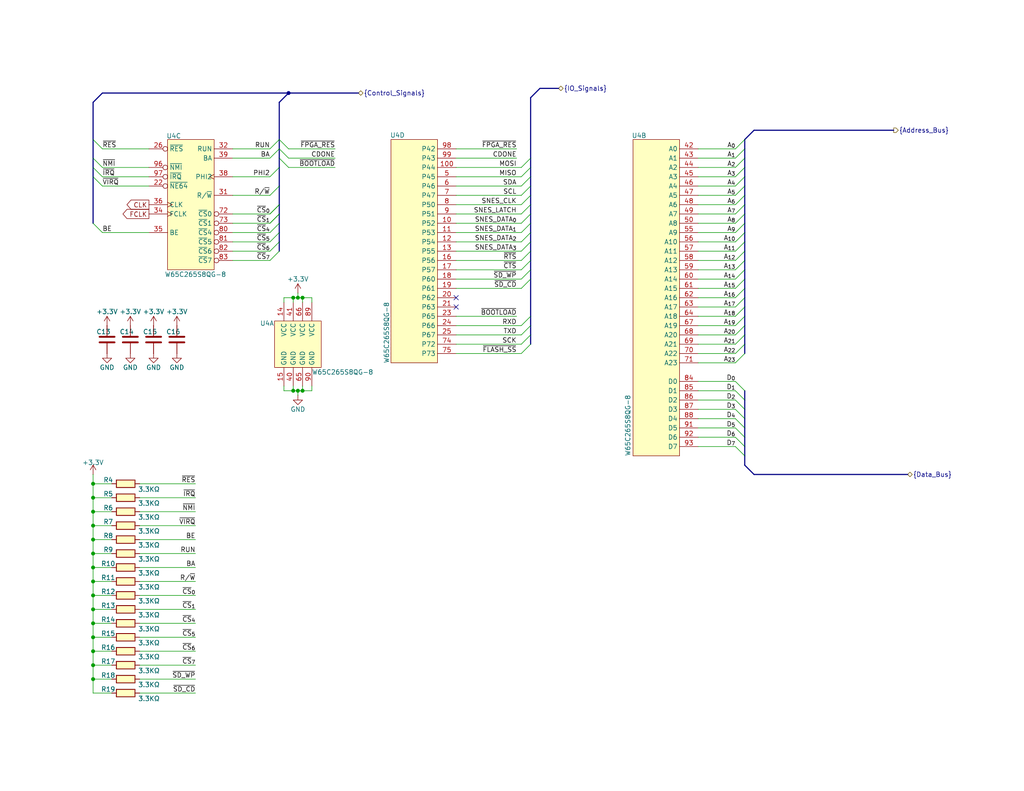
<source format=kicad_sch>
(kicad_sch (version 20231120) (generator "eeschema") (generator_version "8.0")
  (paper "USLetter")
  (lib_symbols
    (symbol "Device:C" (pin_numbers hide) (pin_names (offset 0.254))
      (property "Reference" "C" (at 0.635 2.54 0))
      (property "Value" "C" (at 0.635 -2.54 0))
      (symbol "C_0_1"
        (polyline (pts (xy -2.032 -0.762) (xy 2.032 -0.762)) (stroke (width 0.508)))
        (polyline (pts (xy -2.032 0.762) (xy 2.032 0.762)) (stroke (width 0.508)))
      )
      (symbol "C_1_1"
        (pin passive line (at 0 3.81 270) (length 2.794) (name "~") (number "1"))
        (pin passive line (at 0 -3.81 90) (length 2.794) (name "~") (number "2"))
      )
    )
    (symbol "Device:R" (pin_numbers hide) (pin_names (offset 0))
      (property "Reference" "R" (at 2.032 0 90))
      (property "Value" "R" (at 0 0 90))
      (symbol "R_1_1"
        (rectangle (start -1.016 2.54) (end 1.016 -2.54) (stroke (width 0.254)) (fill (type background)))
        (pin passive line (at 0 3.81 270) (length 1.27) (name "~") (number "1"))
        (pin passive line (at 0 -3.81 90) (length 1.27) (name "~") (number "2"))
      )
    )
    (symbol "Sentinel 65X - Prototype 4 V2:W65C265S8QG-8"
      (property "Reference" "U" (at 0.5534 0.7451 0))
      (property "Value" "W65C265S8QG-8" (at 5.08 17.78 0))
      (symbol "W65C265S8QG-8_1_0"
        (pin no_connect line (at 25.4 0 180) (length 5.08) hide (name "NC") (number "1"))
        (pin power_in line (at 2.54 5.08 270) (length 5.08) (name "VCC") (number "14"))
        (pin power_in line (at 2.54 -17.78 90) (length 5.08) (name "GND") (number "15"))
        (pin no_connect line (at 25.4 -2.54 180) (length 5.08) hide (name "NC") (number "2"))
        (pin no_connect line (at 25.4 -10.16 180) (length 5.08) hide (name "NC") (number "27"))
        (pin no_connect line (at 25.4 -12.7 180) (length 5.08) hide (name "NC") (number "28"))
        (pin no_connect line (at 25.4 -15.24 180) (length 5.08) hide (name "NC") (number "29"))
        (pin no_connect line (at 25.4 -5.08 180) (length 5.08) hide (name "NC") (number "3"))
        (pin no_connect line (at 25.4 -17.78 180) (length 5.08) hide (name "NC") (number "30"))
        (pin no_connect line (at 25.4 -7.62 180) (length 5.08) hide (name "NC") (number "4"))
        (pin power_in line (at 5.08 -17.78 90) (length 5.08) (name "GND") (number "40"))
        (pin power_in line (at 5.08 5.08 270) (length 5.08) (name "VCC") (number "41"))
        (pin no_connect line (at 25.4 -27.94 180) (length 5.08) hide (name "NC") (number "51"))
        (pin no_connect line (at 25.4 -25.4 180) (length 5.08) hide (name "NC") (number "52"))
        (pin no_connect line (at 25.4 -22.86 180) (length 5.08) hide (name "NC") (number "53"))
        (pin no_connect line (at 25.4 -20.32 180) (length 5.08) hide (name "NC") (number "54"))
        (pin power_in line (at 7.62 -17.78 90) (length 5.08) (name "GND") (number "65"))
        (pin power_in line (at 7.62 5.08 270) (length 5.08) (name "VCC") (number "66"))
        (pin no_connect line (at 25.4 -38.1 180) (length 5.08) hide (name "NC") (number "76"))
        (pin no_connect line (at 25.4 -35.56 180) (length 5.08) hide (name "NC") (number "77"))
        (pin no_connect line (at 25.4 -33.02 180) (length 5.08) hide (name "NC") (number "78"))
        (pin no_connect line (at 25.4 -30.48 180) (length 5.08) hide (name "NC") (number "79"))
        (pin power_in line (at 10.16 5.08 270) (length 5.08) (name "VCC") (number "89"))
        (pin power_in line (at 10.16 -17.78 90) (length 5.08) (name "GND") (number "90"))
      )
      (symbol "W65C265S8QG-8_1_1"
        (rectangle (start 0 0) (end 12.7 -12.7) (fill (type background)))
      )
      (symbol "W65C265S8QG-8_1_2"
        (rectangle (start 0 0) (end 12.7 -12.7))
      )
      (symbol "W65C265S8QG-8_2_0"
        (pin output line (at 15.24 -25.4 180) (length 5.08) (name "A9") (number "55"))
      )
      (symbol "W65C265S8QG-8_2_1"
        (rectangle (start -2.54 0) (end 10.16 -86.36) (fill (type background)))
        (pin output line (at 15.24 -2.54 180) (length 5.08) (name "A0") (number "42"))
        (pin output line (at 15.24 -5.08 180) (length 5.08) (name "A1") (number "43"))
        (pin output line (at 15.24 -7.62 180) (length 5.08) (name "A2") (number "44"))
        (pin output line (at 15.24 -10.16 180) (length 5.08) (name "A3") (number "45"))
        (pin output line (at 15.24 -12.7 180) (length 5.08) (name "A4") (number "46"))
        (pin output line (at 15.24 -15.24 180) (length 5.08) (name "A5") (number "47"))
        (pin output line (at 15.24 -17.78 180) (length 5.08) (name "A6") (number "48"))
        (pin output line (at 15.24 -20.32 180) (length 5.08) (name "A7") (number "49"))
        (pin output line (at 15.24 -22.86 180) (length 5.08) (name "A8") (number "50"))
        (pin output line (at 15.24 -27.94 180) (length 5.08) (name "A10") (number "56"))
        (pin output line (at 15.24 -30.48 180) (length 5.08) (name "A11") (number "57"))
        (pin output line (at 15.24 -33.02 180) (length 5.08) (name "A12") (number "58"))
        (pin output line (at 15.24 -35.56 180) (length 5.08) (name "A13") (number "59"))
        (pin output line (at 15.24 -38.1 180) (length 5.08) (name "A14") (number "60"))
        (pin output line (at 15.24 -40.64 180) (length 5.08) (name "A15") (number "61"))
        (pin output line (at 15.24 -43.18 180) (length 5.08) (name "A16") (number "62"))
        (pin output line (at 15.24 -45.72 180) (length 5.08) (name "A17") (number "63"))
        (pin output line (at 15.24 -48.26 180) (length 5.08) (name "A18") (number "64"))
        (pin output line (at 15.24 -50.8 180) (length 5.08) (name "A19") (number "67"))
        (pin output line (at 15.24 -53.34 180) (length 5.08) (name "A20") (number "68"))
        (pin output line (at 15.24 -55.88 180) (length 5.08) (name "A21") (number "69"))
        (pin output line (at 15.24 -58.42 180) (length 5.08) (name "A22") (number "70"))
        (pin output line (at 15.24 -60.96 180) (length 5.08) (name "A23") (number "71"))
        (pin tri_state line (at 15.24 -66.04 180) (length 5.08) (name "D0") (number "84"))
        (pin tri_state line (at 15.24 -68.58 180) (length 5.08) (name "D1") (number "85"))
        (pin tri_state line (at 15.24 -71.12 180) (length 5.08) (name "D2") (number "86"))
        (pin tri_state line (at 15.24 -73.66 180) (length 5.08) (name "D3") (number "87"))
        (pin tri_state line (at 15.24 -76.2 180) (length 5.08) (name "D4") (number "88"))
        (pin tri_state line (at 15.24 -78.74 180) (length 5.08) (name "D5") (number "91"))
        (pin tri_state line (at 15.24 -81.28 180) (length 5.08) (name "D6") (number "92"))
        (pin tri_state line (at 15.24 -83.82 180) (length 5.08) (name "D7") (number "93"))
      )
      (symbol "W65C265S8QG-8_3_1"
        (rectangle (start 0 0) (end 12.7 -35.56) (fill (type background)))
        (pin input inverted (at -5.08 -12.7 0) (length 5.08) (name "~{NE64}") (number "22"))
        (pin input inverted (at -5.08 -2.54 0) (length 5.08) (name "~{RES}") (number "26"))
        (pin output line (at 17.78 -15.24 180) (length 5.08) (name "R/~{W}") (number "31"))
        (pin output line (at 17.78 -2.54 180) (length 5.08) (name "RUN") (number "32"))
        (pin output inverted_clock (at -5.08 -35.56 0) (length 5.08) hide (name "~{FCLKO}") (number "33"))
        (pin input clock (at -5.08 -20.32 0) (length 5.08) (name "FCLK") (number "34"))
        (pin input line (at -5.08 -25.4 0) (length 5.08) (name "BE") (number "35"))
        (pin input clock (at -5.08 -17.78 0) (length 5.08) (name "CLK") (number "36"))
        (pin input inverted_clock (at -5.08 -33.02 0) (length 5.08) hide (name "~{CLKO}") (number "37"))
        (pin output clock (at 17.78 -10.16 180) (length 5.08) (name "PHI2") (number "38"))
        (pin output line (at 17.78 -5.08 180) (length 5.08) (name "BA") (number "39"))
        (pin output inverted (at 17.78 -20.32 180) (length 5.08) (name "~{CS}0") (number "72"))
        (pin output inverted (at 17.78 -22.86 180) (length 5.08) (name "~{CS}1") (number "73"))
        (pin output inverted (at 17.78 -25.4 180) (length 5.08) (name "~{CS}4") (number "80"))
        (pin output inverted (at 17.78 -27.94 180) (length 5.08) (name "~{CS}5") (number "81"))
        (pin output inverted (at 17.78 -30.48 180) (length 5.08) (name "~{CS}6") (number "82"))
        (pin output inverted (at 17.78 -33.02 180) (length 5.08) (name "~{CS}7") (number "83"))
        (pin no_connect clock (at -5.08 -27.94 0) (length 5.08) hide (name "TG0") (number "94"))
        (pin no_connect clock (at -5.08 -30.48 0) (length 5.08) hide (name "TG1") (number "95"))
        (pin input inverted (at -5.08 -7.62 0) (length 5.08) (name "~{NMI}") (number "96"))
        (pin input inverted (at -5.08 -10.16 0) (length 5.08) (name "~{IRQ}") (number "97"))
      )
      (symbol "W65C265S8QG-8_4_1"
        (rectangle (start -2.54 0) (end 10.16 -60.96) (fill (type background)))
        (pin bidirectional line (at 15.24 -22.86 180) (length 5.08) (name "P52") (number "10"))
        (pin bidirectional line (at 15.24 -7.62 180) (length 5.08) (name "P44") (number "100"))
        (pin bidirectional line (at 15.24 -25.4 180) (length 5.08) (name "P53") (number "11"))
        (pin bidirectional line (at 15.24 -27.94 180) (length 5.08) (name "P54") (number "12"))
        (pin bidirectional line (at 15.24 -30.48 180) (length 5.08) (name "P55") (number "13"))
        (pin bidirectional line (at 15.24 -33.02 180) (length 5.08) (name "P56") (number "16"))
        (pin bidirectional line (at 15.24 -35.56 180) (length 5.08) (name "P57") (number "17"))
        (pin bidirectional line (at 15.24 -38.1 180) (length 5.08) (name "P60") (number "18"))
        (pin bidirectional line (at 15.24 -40.64 180) (length 5.08) (name "P61") (number "19"))
        (pin bidirectional line (at 15.24 -43.18 180) (length 5.08) (name "P62") (number "20"))
        (pin bidirectional line (at 15.24 -45.72 180) (length 5.08) (name "P63") (number "21"))
        (pin bidirectional line (at 15.24 -48.26 180) (length 5.08) (name "P65") (number "23"))
        (pin bidirectional line (at 15.24 -50.8 180) (length 5.08) (name "P66") (number "24"))
        (pin bidirectional line (at 15.24 -53.34 180) (length 5.08) (name "P67") (number "25"))
        (pin bidirectional line (at 15.24 -10.16 180) (length 5.08) (name "P45") (number "5"))
        (pin bidirectional line (at 15.24 -12.7 180) (length 5.08) (name "P46") (number "6"))
        (pin bidirectional line (at 15.24 -15.24 180) (length 5.08) (name "P47") (number "7"))
        (pin output line (at 15.24 -55.88 180) (length 5.08) (name "P72") (number "74"))
        (pin output line (at 15.24 -58.42 180) (length 5.08) (name "P73") (number "75"))
        (pin bidirectional line (at 15.24 -17.78 180) (length 5.08) (name "P50") (number "8"))
        (pin bidirectional line (at 15.24 -20.32 180) (length 5.08) (name "P51") (number "9"))
        (pin bidirectional line (at 15.24 -2.54 180) (length 5.08) (name "P42") (number "98"))
        (pin bidirectional line (at 15.24 -5.08 180) (length 5.08) (name "P43") (number "99"))
      )
    )
    (symbol "power:+3.3V" (power) (pin_numbers hide) (pin_names (offset 0) hide)
      (property "Value" "+3.3V" (at 0 3.556 0))
      (symbol "+3.3V_0_1"
        (polyline (pts (xy -0.762 1.27) (xy 0 2.54)))
        (polyline (pts (xy 0 0) (xy 0 2.54)))
        (polyline (pts (xy 0 2.54) (xy 0.762 1.27)))
      )
      (symbol "+3.3V_1_1"
        (pin power_in line (at 0 0 90) (length 0) (name "~") (number "1"))
      )
    )
    (symbol "power:GND" (power) (pin_numbers hide) (pin_names (offset 0) hide)
      (property "Value" "GND" (at 0 -3.81 0))
      (symbol "GND_0_1"
        (polyline (pts (xy 0 0) (xy 0 -1.27) (xy 1.27 -1.27) (xy 0 -2.54) (xy -1.27 -1.27) (xy 0 -1.27)))
      )
      (symbol "GND_1_1"
        (pin power_in line (at 0 0 270) (length 0) (name "~") (number "1"))
      )
    )
  )
  (bus_alias "Control_Signals" (members "~{RES}" "~{IRQ}" "~{NMI}" "~{VIRQ}" "BE" "RUN" "BA" "PHI2" "R/~{W}" "~{CS}_{[0..7]}" "~{I/O}_{[0..7]}" "~{FPGA_RES}" "CDONE" "~{BOOTLOAD}" "~{RD}" "~{WR}" "~{RAM}_{[0..9]}" "~{ROM}_{[0..9]}" "~{MCU_RES}"))
  (junction (at 80.01 106.68))
  (junction (at 25.4 173.99))
  (junction (at 25.4 185.42))
  (junction (at 25.4 132.08))
  (junction (at 81.28 81.28))
  (junction (at 25.4 135.89))
  (junction (at 82.55 81.28))
  (junction (at 81.28 106.68))
  (junction (at 25.4 177.8))
  (junction (at 25.4 139.7))
  (junction (at 25.4 181.61))
  (junction (at 78.74 25.4))
  (junction (at 25.4 143.51))
  (junction (at 25.4 147.32))
  (junction (at 80.01 81.28))
  (junction (at 25.4 151.13))
  (junction (at 25.4 166.37))
  (junction (at 25.4 162.56))
  (junction (at 25.4 158.75))
  (junction (at 25.4 154.94))
  (junction (at 25.4 170.18))
  (junction (at 82.55 106.68))
  (no_connect (at 124.46 81.28))
  (no_connect (at 124.46 83.82))
  (bus_entry (at 144.78 73.66) (size -2.54 2.54))
  (bus_entry (at 144.78 71.12) (size -2.54 2.54))
  (bus_entry (at 203.2 40.64) (size -2.54 2.54))
  (bus_entry (at 203.2 50.8) (size -2.54 2.54))
  (bus_entry (at 203.2 81.28) (size -2.54 2.54))
  (bus_entry (at 203.2 106.68) (size -2.54 -2.54))
  (bus_entry (at 203.2 83.82) (size -2.54 2.54))
  (bus_entry (at 203.2 114.3) (size -2.54 -2.54))
  (bus_entry (at 25.4 48.26) (size 2.54 2.54))
  (bus_entry (at 203.2 119.38) (size -2.54 -2.54))
  (bus_entry (at 203.2 116.84) (size -2.54 -2.54))
  (bus_entry (at 76.2 66.04) (size -2.54 2.54))
  (bus_entry (at 203.2 45.72) (size -2.54 2.54))
  (bus_entry (at 203.2 96.52) (size -2.54 2.54))
  (bus_entry (at 76.2 38.1) (size -2.54 2.54))
  (bus_entry (at 76.2 38.1) (size 2.54 2.54))
  (bus_entry (at 203.2 86.36) (size -2.54 2.54))
  (bus_entry (at 25.4 60.96) (size 2.54 2.54))
  (bus_entry (at 144.78 68.58) (size -2.54 2.54))
  (bus_entry (at 76.2 60.96) (size -2.54 2.54))
  (bus_entry (at 25.4 38.1) (size 2.54 2.54))
  (bus_entry (at 203.2 91.44) (size -2.54 2.54))
  (bus_entry (at 144.78 60.96) (size -2.54 2.54))
  (bus_entry (at 203.2 68.58) (size -2.54 2.54))
  (bus_entry (at 144.78 93.98) (size -2.54 2.54))
  (bus_entry (at 76.2 40.64) (size -2.54 2.54))
  (bus_entry (at 144.78 45.72) (size -2.54 2.54))
  (bus_entry (at 76.2 40.64) (size 2.54 2.54))
  (bus_entry (at 144.78 86.36) (size -2.54 2.54))
  (bus_entry (at 144.78 55.88) (size -2.54 2.54))
  (bus_entry (at 203.2 93.98) (size -2.54 2.54))
  (bus_entry (at 76.2 45.72) (size -2.54 2.54))
  (bus_entry (at 203.2 60.96) (size -2.54 2.54))
  (bus_entry (at 144.78 50.8) (size -2.54 2.54))
  (bus_entry (at 144.78 58.42) (size -2.54 2.54))
  (bus_entry (at 203.2 48.26) (size -2.54 2.54))
  (bus_entry (at 203.2 63.5) (size -2.54 2.54))
  (bus_entry (at 25.4 43.18) (size 2.54 2.54))
  (bus_entry (at 76.2 58.42) (size -2.54 2.54))
  (bus_entry (at 203.2 58.42) (size -2.54 2.54))
  (bus_entry (at 144.78 91.44) (size -2.54 2.54))
  (bus_entry (at 203.2 76.2) (size -2.54 2.54))
  (bus_entry (at 76.2 55.88) (size -2.54 2.54))
  (bus_entry (at 203.2 111.76) (size -2.54 -2.54))
  (bus_entry (at 203.2 78.74) (size -2.54 2.54))
  (bus_entry (at 76.2 58.42) (size -2.54 2.54))
  (bus_entry (at 76.2 50.8) (size -2.54 2.54))
  (bus_entry (at 76.2 43.18) (size 2.54 2.54))
  (bus_entry (at 203.2 66.04) (size -2.54 2.54))
  (bus_entry (at 144.78 48.26) (size -2.54 2.54))
  (bus_entry (at 203.2 55.88) (size -2.54 2.54))
  (bus_entry (at 25.4 45.72) (size 2.54 2.54))
  (bus_entry (at 144.78 88.9) (size -2.54 2.54))
  (bus_entry (at 144.78 76.2) (size -2.54 2.54))
  (bus_entry (at 203.2 43.18) (size -2.54 2.54))
  (bus_entry (at 203.2 121.92) (size -2.54 -2.54))
  (bus_entry (at 203.2 73.66) (size -2.54 2.54))
  (bus_entry (at 144.78 53.34) (size -2.54 2.54))
  (bus_entry (at 203.2 53.34) (size -2.54 2.54))
  (bus_entry (at 203.2 71.12) (size -2.54 2.54))
  (bus_entry (at 76.2 63.5) (size -2.54 2.54))
  (bus_entry (at 144.78 66.04) (size -2.54 2.54))
  (bus_entry (at 203.2 109.22) (size -2.54 -2.54))
  (bus_entry (at 144.78 63.5) (size -2.54 2.54))
  (bus_entry (at 76.2 68.58) (size -2.54 2.54))
  (bus_entry (at 76.2 55.88) (size -2.54 2.54))
  (bus_entry (at 144.78 43.18) (size -2.54 2.54))
  (bus_entry (at 203.2 88.9) (size -2.54 2.54))
  (bus_entry (at 203.2 38.1) (size -2.54 2.54))
  (bus_entry (at 203.2 124.46) (size -2.54 -2.54))
  (bus (pts (xy 78.74 25.4) (xy 97.79 25.4)))
  (bus (pts (xy 144.78 86.36) (xy 144.78 88.9)))
  (wire (pts (xy 53.34 135.89) (xy 38.1 135.89)))
  (bus (pts (xy 144.78 45.72) (xy 144.78 48.26)))
  (wire (pts (xy 124.46 71.12) (xy 142.24 71.12)))
  (wire (pts (xy 25.4 139.7) (xy 25.4 143.51)))
  (wire (pts (xy 25.4 158.75) (xy 30.48 158.75)))
  (wire (pts (xy 25.4 135.89) (xy 25.4 139.7)))
  (bus (pts (xy 78.74 25.4) (xy 76.2 27.94)))
  (bus (pts (xy 144.78 48.26) (xy 144.78 50.8)))
  (wire (pts (xy 53.34 166.37) (xy 38.1 166.37)))
  (wire (pts (xy 27.94 48.26) (xy 40.64 48.26)))
  (wire (pts (xy 190.5 66.04) (xy 200.66 66.04)))
  (wire (pts (xy 80.01 106.68) (xy 81.28 106.68)))
  (wire (pts (xy 63.5 48.26) (xy 73.66 48.26)))
  (bus (pts (xy 144.78 63.5) (xy 144.78 66.04)))
  (wire (pts (xy 190.5 40.64) (xy 200.66 40.64)))
  (wire (pts (xy 124.46 76.2) (xy 142.24 76.2)))
  (bus (pts (xy 203.2 78.74) (xy 203.2 81.28)))
  (bus (pts (xy 205.74 129.54) (xy 247.65 129.54)))
  (wire (pts (xy 53.34 151.13) (xy 38.1 151.13)))
  (wire (pts (xy 80.01 81.28) (xy 81.28 81.28)))
  (wire (pts (xy 190.5 48.26) (xy 200.66 48.26)))
  (bus (pts (xy 203.2 127) (xy 205.74 129.54)))
  (wire (pts (xy 190.5 111.76) (xy 200.66 111.76)))
  (bus (pts (xy 203.2 116.84) (xy 203.2 119.38)))
  (wire (pts (xy 25.4 162.56) (xy 30.48 162.56)))
  (wire (pts (xy 25.4 181.61) (xy 25.4 185.42)))
  (wire (pts (xy 73.66 68.58) (xy 63.5 68.58)))
  (wire (pts (xy 25.4 177.8) (xy 25.4 181.61)))
  (bus (pts (xy 25.4 27.94) (xy 25.4 38.1)))
  (bus (pts (xy 203.2 119.38) (xy 203.2 121.92)))
  (wire (pts (xy 25.4 143.51) (xy 30.48 143.51)))
  (wire (pts (xy 124.46 88.9) (xy 142.24 88.9)))
  (bus (pts (xy 144.78 43.18) (xy 144.78 45.72)))
  (bus (pts (xy 203.2 66.04) (xy 203.2 68.58)))
  (wire (pts (xy 124.46 63.5) (xy 142.24 63.5)))
  (wire (pts (xy 25.4 181.61) (xy 30.48 181.61)))
  (bus (pts (xy 76.2 40.64) (xy 76.2 43.18)))
  (wire (pts (xy 25.4 162.56) (xy 25.4 166.37)))
  (wire (pts (xy 124.46 50.8) (xy 142.24 50.8)))
  (wire (pts (xy 190.5 81.28) (xy 200.66 81.28)))
  (bus (pts (xy 203.2 73.66) (xy 203.2 76.2)))
  (wire (pts (xy 82.55 81.28) (xy 85.09 81.28)))
  (wire (pts (xy 190.5 91.44) (xy 200.66 91.44)))
  (wire (pts (xy 53.34 170.18) (xy 38.1 170.18)))
  (wire (pts (xy 124.46 78.74) (xy 142.24 78.74)))
  (bus (pts (xy 76.2 66.04) (xy 76.2 68.58)))
  (wire (pts (xy 85.09 105.41) (xy 85.09 106.68)))
  (wire (pts (xy 190.5 76.2) (xy 200.66 76.2)))
  (wire (pts (xy 73.66 43.18) (xy 63.5 43.18)))
  (bus (pts (xy 203.2 43.18) (xy 203.2 45.72)))
  (wire (pts (xy 78.74 45.72) (xy 91.44 45.72)))
  (bus (pts (xy 76.2 63.5) (xy 76.2 66.04)))
  (wire (pts (xy 190.5 63.5) (xy 200.66 63.5)))
  (bus (pts (xy 203.2 63.5) (xy 203.2 66.04)))
  (bus (pts (xy 203.2 86.36) (xy 203.2 88.9)))
  (bus (pts (xy 25.4 48.26) (xy 25.4 60.96)))
  (bus (pts (xy 203.2 124.46) (xy 203.2 127)))
  (bus (pts (xy 76.2 60.96) (xy 76.2 63.5)))
  (bus (pts (xy 144.78 76.2) (xy 144.78 86.36)))
  (bus (pts (xy 203.2 91.44) (xy 203.2 93.98)))
  (wire (pts (xy 190.5 68.58) (xy 200.66 68.58)))
  (bus (pts (xy 203.2 40.64) (xy 203.2 43.18)))
  (bus (pts (xy 203.2 45.72) (xy 203.2 48.26)))
  (wire (pts (xy 190.5 93.98) (xy 200.66 93.98)))
  (wire (pts (xy 25.4 154.94) (xy 25.4 158.75)))
  (wire (pts (xy 25.4 132.08) (xy 30.48 132.08)))
  (bus (pts (xy 144.78 66.04) (xy 144.78 68.58)))
  (bus (pts (xy 76.2 45.72) (xy 76.2 50.8)))
  (bus (pts (xy 144.78 71.12) (xy 144.78 73.66)))
  (wire (pts (xy 25.4 151.13) (xy 30.48 151.13)))
  (wire (pts (xy 190.5 45.72) (xy 200.66 45.72)))
  (wire (pts (xy 73.66 63.5) (xy 63.5 63.5)))
  (bus (pts (xy 203.2 38.1) (xy 203.2 40.64)))
  (wire (pts (xy 25.4 158.75) (xy 25.4 162.56)))
  (wire (pts (xy 25.4 170.18) (xy 30.48 170.18)))
  (bus (pts (xy 203.2 109.22) (xy 203.2 111.76)))
  (wire (pts (xy 124.46 43.18) (xy 140.97 43.18)))
  (bus (pts (xy 203.2 121.92) (xy 203.2 124.46)))
  (wire (pts (xy 25.4 129.54) (xy 25.4 132.08)))
  (wire (pts (xy 85.09 81.28) (xy 85.09 82.55)))
  (wire (pts (xy 190.5 86.36) (xy 200.66 86.36)))
  (wire (pts (xy 124.46 96.52) (xy 142.24 96.52)))
  (wire (pts (xy 190.5 55.88) (xy 200.66 55.88)))
  (bus (pts (xy 76.2 38.1) (xy 76.2 40.64)))
  (bus (pts (xy 144.78 60.96) (xy 144.78 63.5)))
  (wire (pts (xy 124.46 86.36) (xy 140.97 86.36)))
  (wire (pts (xy 25.4 139.7) (xy 30.48 139.7)))
  (wire (pts (xy 78.74 40.64) (xy 91.44 40.64)))
  (wire (pts (xy 25.4 170.18) (xy 25.4 173.99)))
  (bus (pts (xy 203.2 114.3) (xy 203.2 116.84)))
  (wire (pts (xy 190.5 104.14) (xy 200.66 104.14)))
  (wire (pts (xy 25.4 173.99) (xy 25.4 177.8)))
  (bus (pts (xy 144.78 55.88) (xy 144.78 58.42)))
  (wire (pts (xy 53.34 139.7) (xy 38.1 139.7)))
  (wire (pts (xy 124.46 68.58) (xy 142.24 68.58)))
  (bus (pts (xy 203.2 68.58) (xy 203.2 71.12)))
  (wire (pts (xy 27.94 50.8) (xy 40.64 50.8)))
  (wire (pts (xy 124.46 55.88) (xy 142.24 55.88)))
  (wire (pts (xy 124.46 66.04) (xy 142.24 66.04)))
  (wire (pts (xy 190.5 53.34) (xy 200.66 53.34)))
  (wire (pts (xy 124.46 48.26) (xy 142.24 48.26)))
  (bus (pts (xy 203.2 53.34) (xy 203.2 55.88)))
  (bus (pts (xy 203.2 88.9) (xy 203.2 91.44)))
  (bus (pts (xy 25.4 43.18) (xy 25.4 45.72)))
  (bus (pts (xy 25.4 45.72) (xy 25.4 48.26)))
  (wire (pts (xy 73.66 58.42) (xy 63.5 58.42)))
  (bus (pts (xy 76.2 27.94) (xy 76.2 38.1)))
  (bus (pts (xy 203.2 111.76) (xy 203.2 114.3)))
  (bus (pts (xy 203.2 48.26) (xy 203.2 50.8)))
  (wire (pts (xy 124.46 53.34) (xy 142.24 53.34)))
  (wire (pts (xy 73.66 66.04) (xy 63.5 66.04)))
  (wire (pts (xy 124.46 73.66) (xy 142.24 73.66)))
  (wire (pts (xy 77.47 105.41) (xy 77.47 106.68)))
  (wire (pts (xy 81.28 81.28) (xy 82.55 81.28)))
  (wire (pts (xy 81.28 106.68) (xy 81.28 107.95)))
  (bus (pts (xy 144.78 91.44) (xy 144.78 93.98)))
  (wire (pts (xy 53.34 162.56) (xy 38.1 162.56)))
  (wire (pts (xy 190.5 43.18) (xy 200.66 43.18)))
  (wire (pts (xy 190.5 114.3) (xy 200.66 114.3)))
  (bus (pts (xy 205.74 35.56) (xy 243.84 35.56)))
  (wire (pts (xy 63.5 40.64) (xy 73.66 40.64)))
  (wire (pts (xy 81.28 106.68) (xy 82.55 106.68)))
  (wire (pts (xy 124.46 60.96) (xy 142.24 60.96)))
  (wire (pts (xy 53.34 154.94) (xy 38.1 154.94)))
  (wire (pts (xy 190.5 88.9) (xy 200.66 88.9)))
  (bus (pts (xy 203.2 58.42) (xy 203.2 60.96)))
  (bus (pts (xy 144.78 26.67) (xy 144.78 43.18)))
  (bus (pts (xy 203.2 93.98) (xy 203.2 96.52)))
  (wire (pts (xy 190.5 106.68) (xy 200.66 106.68)))
  (bus (pts (xy 25.4 38.1) (xy 25.4 43.18)))
  (bus (pts (xy 144.78 53.34) (xy 144.78 55.88)))
  (wire (pts (xy 53.34 181.61) (xy 38.1 181.61)))
  (bus (pts (xy 78.74 25.4) (xy 27.94 25.4)))
  (bus (pts (xy 147.32 24.13) (xy 144.78 26.67)))
  (bus (pts (xy 203.2 71.12) (xy 203.2 73.66)))
  (bus (pts (xy 203.2 81.28) (xy 203.2 83.82)))
  (wire (pts (xy 53.34 189.23) (xy 38.1 189.23)))
  (wire (pts (xy 190.5 60.96) (xy 200.66 60.96)))
  (wire (pts (xy 73.66 71.12) (xy 63.5 71.12)))
  (bus (pts (xy 203.2 50.8) (xy 203.2 53.34)))
  (wire (pts (xy 27.94 40.64) (xy 40.64 40.64)))
  (wire (pts (xy 53.34 147.32) (xy 38.1 147.32)))
  (bus (pts (xy 76.2 43.18) (xy 76.2 45.72)))
  (bus (pts (xy 203.2 106.68) (xy 203.2 109.22)))
  (bus (pts (xy 152.4 24.13) (xy 147.32 24.13)))
  (wire (pts (xy 77.47 81.28) (xy 80.01 81.28)))
  (wire (pts (xy 25.4 166.37) (xy 30.48 166.37)))
  (wire (pts (xy 190.5 96.52) (xy 200.66 96.52)))
  (wire (pts (xy 53.34 158.75) (xy 38.1 158.75)))
  (wire (pts (xy 25.4 147.32) (xy 25.4 151.13)))
  (bus (pts (xy 203.2 76.2) (xy 203.2 78.74)))
  (wire (pts (xy 190.5 78.74) (xy 200.66 78.74)))
  (wire (pts (xy 81.28 80.01) (xy 81.28 81.28)))
  (wire (pts (xy 25.4 189.23) (xy 30.48 189.23)))
  (wire (pts (xy 124.46 93.98) (xy 142.24 93.98)))
  (wire (pts (xy 53.34 177.8) (xy 38.1 177.8)))
  (wire (pts (xy 190.5 73.66) (xy 200.66 73.66)))
  (wire (pts (xy 80.01 106.68) (xy 80.01 105.41)))
  (wire (pts (xy 25.4 166.37) (xy 25.4 170.18)))
  (wire (pts (xy 27.94 45.72) (xy 40.64 45.72)))
  (wire (pts (xy 25.4 154.94) (xy 30.48 154.94)))
  (wire (pts (xy 25.4 151.13) (xy 25.4 154.94)))
  (wire (pts (xy 25.4 185.42) (xy 30.48 185.42)))
  (wire (pts (xy 25.4 185.42) (xy 25.4 189.23)))
  (bus (pts (xy 144.78 58.42) (xy 144.78 60.96)))
  (wire (pts (xy 190.5 83.82) (xy 200.66 83.82)))
  (wire (pts (xy 190.5 109.22) (xy 200.66 109.22)))
  (bus (pts (xy 203.2 55.88) (xy 203.2 58.42)))
  (wire (pts (xy 124.46 40.64) (xy 140.97 40.64)))
  (wire (pts (xy 63.5 53.34) (xy 73.66 53.34)))
  (wire (pts (xy 73.66 60.96) (xy 63.5 60.96)))
  (wire (pts (xy 82.55 106.68) (xy 85.09 106.68)))
  (bus (pts (xy 144.78 88.9) (xy 144.78 91.44)))
  (wire (pts (xy 53.34 173.99) (xy 38.1 173.99)))
  (bus (pts (xy 144.78 73.66) (xy 144.78 76.2)))
  (bus (pts (xy 76.2 50.8) (xy 76.2 55.88)))
  (wire (pts (xy 190.5 99.06) (xy 200.66 99.06)))
  (wire (pts (xy 82.55 81.28) (xy 82.55 82.55)))
  (wire (pts (xy 190.5 58.42) (xy 200.66 58.42)))
  (wire (pts (xy 25.4 132.08) (xy 25.4 135.89)))
  (wire (pts (xy 190.5 71.12) (xy 200.66 71.12)))
  (bus (pts (xy 205.74 35.56) (xy 203.2 38.1)))
  (wire (pts (xy 190.5 119.38) (xy 200.66 119.38)))
  (wire (pts (xy 25.4 135.89) (xy 30.48 135.89)))
  (wire (pts (xy 190.5 116.84) (xy 200.66 116.84)))
  (bus (pts (xy 144.78 68.58) (xy 144.78 71.12)))
  (bus (pts (xy 76.2 58.42) (xy 76.2 60.96)))
  (wire (pts (xy 124.46 91.44) (xy 142.24 91.44)))
  (wire (pts (xy 77.47 81.28) (xy 77.47 82.55)))
  (bus (pts (xy 203.2 83.82) (xy 203.2 86.36)))
  (wire (pts (xy 190.5 121.92) (xy 200.66 121.92)))
  (wire (pts (xy 190.5 50.8) (xy 200.66 50.8)))
  (wire (pts (xy 124.46 58.42) (xy 142.24 58.42)))
  (bus (pts (xy 76.2 55.88) (xy 76.2 58.42)))
  (wire (pts (xy 27.94 63.5) (xy 40.64 63.5)))
  (wire (pts (xy 124.46 45.72) (xy 142.24 45.72)))
  (wire (pts (xy 25.4 173.99) (xy 30.48 173.99)))
  (bus (pts (xy 203.2 60.96) (xy 203.2 63.5)))
  (bus (pts (xy 27.94 25.4) (xy 25.4 27.94)))
  (bus (pts (xy 144.78 50.8) (xy 144.78 53.34)))
  (wire (pts (xy 77.47 106.68) (xy 80.01 106.68)))
  (wire (pts (xy 53.34 143.51) (xy 38.1 143.51)))
  (wire (pts (xy 53.34 185.42) (xy 38.1 185.42)))
  (wire (pts (xy 82.55 106.68) (xy 82.55 105.41)))
  (wire (pts (xy 25.4 143.51) (xy 25.4 147.32)))
  (wire (pts (xy 53.34 132.08) (xy 38.1 132.08)))
  (wire (pts (xy 78.74 43.18) (xy 91.44 43.18)))
  (wire (pts (xy 25.4 147.32) (xy 30.48 147.32)))
  (wire (pts (xy 80.01 81.28) (xy 80.01 82.55)))
  (wire (pts (xy 25.4 177.8) (xy 30.48 177.8)))
  (label "SDA" (at 140.97 50.8 180))
  (label "PHI2" (at 73.66 48.26 180))
  (label "~{CS}_{7}" (at 53.34 181.61 180))
  (label "A_{1}" (at 200.66 43.18 180))
  (label "A_{0}" (at 200.66 40.64 180))
  (label "TXD" (at 140.97 91.44 180))
  (label "MOSI" (at 140.97 45.72 180))
  (label "A_{19}" (at 200.66 88.9 180))
  (label "BA" (at 53.34 154.94 180))
  (label "A_{9}" (at 200.66 63.5 180))
  (label "~{CS}_{5}" (at 53.34 173.99 180))
  (label "A_{18}" (at 200.66 86.36 180))
  (label "~{CS}_{5}" (at 73.66 66.04 180))
  (label "BA" (at 73.66 43.18 180))
  (label "~{FPGA_RES}" (at 91.44 40.64 180))
  (label "~{VIRQ}" (at 27.94 50.8 0))
  (label "~{BOOTLOAD}" (at 91.44 45.72 180))
  (label "SCL" (at 140.97 53.34 180))
  (label "~{NMI}" (at 27.94 45.72 0))
  (label "A_{6}" (at 200.66 55.88 180))
  (label "D_{3}" (at 200.66 111.76 180))
  (label "~{FLASH_SS}" (at 140.97 96.52 180))
  (label "D_{6}" (at 200.66 119.38 180))
  (label "~{CS}_{1}" (at 53.34 166.37 180))
  (label "D_{2}" (at 200.66 109.22 180))
  (label "R{slash}~{W}" (at 53.34 158.75 180))
  (label "A_{8}" (at 200.66 60.96 180))
  (label "D_{5}" (at 200.66 116.84 180))
  (label "~{VIRQ}" (at 53.34 143.51 180))
  (label "~{SD_WP}" (at 140.97 76.2 180))
  (label "SNES_DATA_{2}" (at 140.97 66.04 180))
  (label "SNES_DATA_{0}" (at 140.97 60.96 180))
  (label "A_{23}" (at 200.66 99.06 180))
  (label "~{BOOTLOAD}" (at 140.97 86.36 180))
  (label "~{IRQ}" (at 53.34 135.89 180))
  (label "~{NMI}" (at 53.34 139.7 180))
  (label "D_{0}" (at 200.66 104.14 180))
  (label "A_{21}" (at 200.66 93.98 180))
  (label "RUN" (at 73.66 40.64 180))
  (label "~{CS}_{0}" (at 53.34 162.56 180))
  (label "A_{7}" (at 200.66 58.42 180))
  (label "~{CS}_{4}" (at 73.66 63.5 180))
  (label "BE" (at 27.94 63.5 0))
  (label "D_{7}" (at 200.66 121.92 180))
  (label "A_{3}" (at 200.66 48.26 180))
  (label "~{CTS}" (at 140.97 73.66 180))
  (label "RXD" (at 140.97 88.9 180))
  (label "A_{10}" (at 200.66 66.04 180))
  (label "~{CS}_{0}" (at 73.66 58.42 180))
  (label "SCK" (at 140.97 93.98 180))
  (label "A_{12}" (at 200.66 71.12 180))
  (label "R{slash}~{W}" (at 73.66 53.34 180))
  (label "~{RES}" (at 27.94 40.64 0))
  (label "~{SD_CD}" (at 140.97 78.74 180))
  (label "A_{16}" (at 200.66 81.28 180))
  (label "~{SD_WP}" (at 53.34 185.42 180))
  (label "A_{17}" (at 200.66 83.82 180))
  (label "A_{15}" (at 200.66 78.74 180))
  (label "SNES_DATA_{3}" (at 140.97 68.58 180))
  (label "A_{13}" (at 200.66 73.66 180))
  (label "~{CS}_{6}" (at 53.34 177.8 180))
  (label "A_{2}" (at 200.66 45.72 180))
  (label "A_{11}" (at 200.66 68.58 180))
  (label "D_{4}" (at 200.66 114.3 180))
  (label "~{CS}_{4}" (at 53.34 170.18 180))
  (label "A_{5}" (at 200.66 53.34 180))
  (label "~{SD_CD}" (at 53.34 189.23 180))
  (label "A_{4}" (at 200.66 50.8 180))
  (label "~{CS}_{7}" (at 73.66 71.12 180))
  (label "~{IRQ}" (at 27.94 48.26 0))
  (label "A_{22}" (at 200.66 96.52 180))
  (label "MISO" (at 140.97 48.26 180))
  (label "A_{14}" (at 200.66 76.2 180))
  (label "~{CS}_{6}" (at 73.66 68.58 180))
  (label "CDONE" (at 91.44 43.18 180))
  (label "~{RTS}" (at 140.97 71.12 180))
  (label "SNES_DATA_{1}" (at 140.97 63.5 180))
  (label "SNES_CLK" (at 140.97 55.88 180))
  (label "CDONE" (at 140.97 43.18 180))
  (label "BE" (at 53.34 147.32 180))
  (label "A_{20}" (at 200.66 91.44 180))
  (label "RUN" (at 53.34 151.13 180))
  (label "SNES_LATCH" (at 140.97 58.42 180))
  (label "~{CS}_{1}" (at 73.66 60.96 180))
  (label "~{FPGA_RES}" (at 140.97 40.64 180))
  (label "~{RES}" (at 53.34 132.08 180))
  (label "D_{1}" (at 200.66 106.68 180))
  (global_label "CLK" (shape output) (at 40.64 55.88 180) (property "Intersheetrefs" "${INTERSHEET_REFS}" (effects (hide yes))))
  (global_label "FCLK" (shape output) (at 40.64 58.42 180) (property "Intersheetrefs" "${INTERSHEET_REFS}" (effects (hide yes))))
  (hierarchical_label "{Control_Signals}" (shape bidirectional) (at 97.79 25.4 0))
  (hierarchical_label "{Address_Bus}" (shape output) (at 243.84 35.56 0))
  (hierarchical_label "{Data_Bus}" (shape tri_state) (at 247.65 129.54 0))
  (hierarchical_label "{IO_Signals}" (shape bidirectional) (at 152.4 24.13 0))
  (symbol (lib_id "Device:R") (at 34.29 132.08 90) (unit 1)
    (property "Reference" "R4" (at 29.5344 131.0382 90))
    (property "Value" "3.3KΩ" (at 40.6531 133.6061 90))
    (property "Footprint" "Resistor_SMD:R_0402_1005Metric" (effects (hide yes)))
    (property "Description" "Resistor" (effects (hide yes)))
  )
  (symbol (lib_id "Device:R") (at 34.29 181.61 90) (unit 1)
    (property "Reference" "R17" (at 29.5344 180.5682 90))
    (property "Value" "3.3KΩ" (at 40.6531 183.1361 90))
    (property "Footprint" "Resistor_SMD:R_0402_1005Metric" (effects (hide yes)))
    (property "Description" "Resistor" (effects (hide yes)))
  )
  (symbol (lib_id "power:+3.3V") (at 35.56 88.9 0) (unit 1)
    (property "Reference" "#PWR036" (effects (hide yes)))
    (property "Value" "+3.3V" (at 35.56 85.09 0))
    (property "Description" "Power symbol creates a global label with name \"+3.3V\"" (effects (hide yes)))
  )
  (symbol (lib_id "power:GND") (at 29.21 96.52 0) (unit 1)
    (property "Reference" "#PWR035" (effects (hide yes)))
    (property "Value" "GND" (at 29.21 100.33 0))
    (property "Description" "Power symbol creates a global label with name \"GND\" , ground" (effects (hide yes)))
  )
  (symbol (lib_id "Device:R") (at 34.29 154.94 90) (unit 1)
    (property "Reference" "R10" (at 29.5344 153.8982 90))
    (property "Value" "3.3KΩ" (at 40.6531 156.4661 90))
    (property "Footprint" "Resistor_SMD:R_0402_1005Metric" (effects (hide yes)))
    (property "Description" "Resistor" (effects (hide yes)))
  )
  (symbol (lib_id "power:+3.3V") (at 41.91 88.9 0) (unit 1)
    (property "Reference" "#PWR038" (effects (hide yes)))
    (property "Value" "+3.3V" (at 41.91 85.09 0))
    (property "Description" "Power symbol creates a global label with name \"+3.3V\"" (effects (hide yes)))
  )
  (symbol (lib_id "Device:C") (at 48.26 92.71 0) (unit 1)
    (property "Reference" "C16" (at 45.334 90.5948 0) (effects (justify left)))
    (property "Value" "CL05A106MQ5NUNC" (effects (hide yes)))
    (property "Footprint" "Capacitor_SMD:C_0402_1005Metric" (effects (hide yes)))
    (property "Description" "Unpolarized capacitor" (effects (hide yes)))
  )
  (symbol (lib_id "Device:R") (at 34.29 173.99 90) (unit 1)
    (property "Reference" "R15" (at 29.5344 172.9482 90))
    (property "Value" "3.3KΩ" (at 40.6531 175.5161 90))
    (property "Footprint" "Resistor_SMD:R_0402_1005Metric" (effects (hide yes)))
    (property "Description" "Resistor" (effects (hide yes)))
  )
  (symbol (lib_id "power:GND") (at 35.56 96.52 0) (unit 1)
    (property "Reference" "#PWR037" (effects (hide yes)))
    (property "Value" "GND" (at 35.56 100.33 0))
    (property "Description" "Power symbol creates a global label with name \"GND\" , ground" (effects (hide yes)))
  )
  (symbol (lib_id "Device:R") (at 34.29 185.42 90) (unit 1)
    (property "Reference" "R18" (at 29.5344 184.3782 90))
    (property "Value" "3.3KΩ" (at 40.6531 186.9461 90))
    (property "Footprint" "Resistor_SMD:R_0402_1005Metric" (effects (hide yes)))
    (property "Description" "Resistor" (effects (hide yes)))
  )
  (symbol (lib_id "Device:R") (at 34.29 170.18 90) (unit 1)
    (property "Reference" "R14" (at 29.5344 169.1382 90))
    (property "Value" "3.3KΩ" (at 40.6531 171.7061 90))
    (property "Footprint" "Resistor_SMD:R_0402_1005Metric" (effects (hide yes)))
    (property "Description" "Resistor" (effects (hide yes)))
  )
  (symbol (lib_id "Sentinel 65X - Prototype 4 V2:W65C265S8QG-8") (at 74.93 87.63 0) (unit 1)
    (property "Reference" "U4" (at 70.9469 88.2782 0) (effects (justify left)))
    (property "Value" "W65C265S8QG-8" (at 85.09 101.5999 0) (effects (justify left)))
    (property "Footprint" "Package_QFP:PQFP-100_14x20mm_P0.65mm" (effects (hide yes)))
    (property "Datasheet" "https://www.mouser.ca/datasheet/2/436/w65c265s-1843451.pdf" (effects (hide yes)))
    (property "Description" "8/16-bit Microcontroller" (effects (hide yes)))
  )
  (symbol (lib_id "Device:R") (at 34.29 147.32 90) (unit 1)
    (property "Reference" "R8" (at 29.5344 146.2782 90))
    (property "Value" "3.3KΩ" (at 40.6531 148.8461 90))
    (property "Footprint" "Resistor_SMD:R_0402_1005Metric" (effects (hide yes)))
    (property "Description" "Resistor" (effects (hide yes)))
  )
  (symbol (lib_id "Device:R") (at 34.29 135.89 90) (unit 1)
    (property "Reference" "R5" (at 29.5344 134.8482 90))
    (property "Value" "3.3KΩ" (at 40.6531 137.4161 90))
    (property "Footprint" "Resistor_SMD:R_0402_1005Metric" (effects (hide yes)))
    (property "Description" "Resistor" (effects (hide yes)))
  )
  (symbol (lib_id "Device:R") (at 34.29 151.13 90) (unit 1)
    (property "Reference" "R9" (at 29.5344 150.0882 90))
    (property "Value" "3.3KΩ" (at 40.6531 152.6561 90))
    (property "Footprint" "Resistor_SMD:R_0402_1005Metric" (effects (hide yes)))
    (property "Description" "Resistor" (effects (hide yes)))
  )
  (symbol (lib_id "power:+3.3V") (at 29.21 88.9 0) (unit 1)
    (property "Reference" "#PWR034" (effects (hide yes)))
    (property "Value" "+3.3V" (at 29.21 85.09 0))
    (property "Description" "Power symbol creates a global label with name \"+3.3V\"" (effects (hide yes)))
  )
  (symbol (lib_id "power:+3.3V") (at 48.26 88.9 0) (unit 1)
    (property "Reference" "#PWR040" (effects (hide yes)))
    (property "Value" "+3.3V" (at 48.26 85.09 0))
    (property "Description" "Power symbol creates a global label with name \"+3.3V\"" (effects (hide yes)))
  )
  (symbol (lib_id "power:GND") (at 48.26 96.52 0) (unit 1)
    (property "Reference" "#PWR041" (effects (hide yes)))
    (property "Value" "GND" (at 48.26 100.33 0))
    (property "Description" "Power symbol creates a global label with name \"GND\" , ground" (effects (hide yes)))
  )
  (symbol (lib_id "Device:C") (at 41.91 92.71 0) (unit 1)
    (property "Reference" "C15" (at 38.984 90.5948 0) (effects (justify left)))
    (property "Value" "CL05A106MQ5NUNC" (effects (hide yes)))
    (property "Footprint" "Capacitor_SMD:C_0402_1005Metric" (effects (hide yes)))
    (property "Description" "Unpolarized capacitor" (effects (hide yes)))
  )
  (symbol (lib_id "Device:R") (at 34.29 143.51 90) (unit 1)
    (property "Reference" "R7" (at 29.5344 142.4682 90))
    (property "Value" "3.3KΩ" (at 40.6531 145.0361 90))
    (property "Footprint" "Resistor_SMD:R_0402_1005Metric" (effects (hide yes)))
    (property "Description" "Resistor" (effects (hide yes)))
  )
  (symbol (lib_id "power:+3.3V") (at 81.28 80.01 0) (unit 1)
    (property "Reference" "#PWR042" (effects (hide yes)))
    (property "Value" "+3.3V" (at 81.28 76.2 0))
    (property "Description" "Power symbol creates a global label with name \"+3.3V\"" (effects (hide yes)))
  )
  (symbol (lib_id "Device:C") (at 35.56 92.71 0) (unit 1)
    (property "Reference" "C14" (at 32.634 90.5948 0) (effects (justify left)))
    (property "Value" "CL05A106MQ5NUNC" (effects (hide yes)))
    (property "Footprint" "Capacitor_SMD:C_0402_1005Metric" (effects (hide yes)))
    (property "Description" "Unpolarized capacitor" (effects (hide yes)))
  )
  (symbol (lib_id "Device:R") (at 34.29 166.37 90) (unit 1)
    (property "Reference" "R13" (at 29.5344 165.3282 90))
    (property "Value" "3.3KΩ" (at 40.6531 167.8961 90))
    (property "Footprint" "Resistor_SMD:R_0402_1005Metric" (effects (hide yes)))
    (property "Description" "Resistor" (effects (hide yes)))
  )
  (symbol (lib_id "Device:R") (at 34.29 162.56 90) (unit 1)
    (property "Reference" "R12" (at 29.5344 161.5182 90))
    (property "Value" "3.3KΩ" (at 40.6531 164.0861 90))
    (property "Footprint" "Resistor_SMD:R_0402_1005Metric" (effects (hide yes)))
    (property "Description" "Resistor" (effects (hide yes)))
  )
  (symbol (lib_id "Device:R") (at 34.29 139.7 90) (unit 1)
    (property "Reference" "R6" (at 29.5344 138.6582 90))
    (property "Value" "3.3KΩ" (at 40.6531 141.2261 90))
    (property "Footprint" "Resistor_SMD:R_0402_1005Metric" (effects (hide yes)))
    (property "Description" "Resistor" (effects (hide yes)))
  )
  (symbol (lib_id "power:+3.3V") (at 25.4 129.54 0) (unit 1)
    (property "Reference" "#PWR033" (effects (hide yes)))
    (property "Value" "+3.3V" (at 25.3719 126.28 0))
    (property "Description" "Power symbol creates a global label with name \"+3.3V\"" (effects (hide yes)))
  )
  (symbol (lib_id "Device:R") (at 34.29 189.23 90) (unit 1)
    (property "Reference" "R19" (at 29.5344 188.1882 90))
    (property "Value" "3.3KΩ" (at 40.6531 190.7561 90))
    (property "Footprint" "Resistor_SMD:R_0402_1005Metric" (effects (hide yes)))
    (property "Description" "Resistor" (effects (hide yes)))
  )
  (symbol (lib_id "Sentinel 65X - Prototype 4 V2:W65C265S8QG-8") (at 109.22 38.1 0) (unit 4)
    (property "Reference" "U4" (at 108.4531 36.9085 0))
    (property "Value" "W65C265S8QG-8" (at 105.4877 90.8109 90))
    (property "Footprint" "Package_QFP:PQFP-100_14x20mm_P0.65mm" (effects (hide yes)))
    (property "Datasheet" "https://www.mouser.ca/datasheet/2/436/w65c265s-1843451.pdf" (effects (hide yes)))
    (property "Description" "8/16-bit Microcontroller" (effects (hide yes)))
  )
  (symbol (lib_id "Device:C") (at 29.21 92.71 0) (unit 1)
    (property "Reference" "C13" (at 26.284 90.5948 0) (effects (justify left)))
    (property "Value" "CL05A106MQ5NUNC" (effects (hide yes)))
    (property "Footprint" "Capacitor_SMD:C_0402_1005Metric" (effects (hide yes)))
    (property "Description" "Unpolarized capacitor" (effects (hide yes)))
  )
  (symbol (lib_id "Sentinel 65X - Prototype 4 V2:W65C265S8QG-8") (at 45.72 38.1 0) (unit 3)
    (property "Reference" "U4" (at 47.4205 37.1154 0))
    (property "Value" "W65C265S8QG-8" (at 53.34 74.93 0))
    (property "Footprint" "Package_QFP:PQFP-100_14x20mm_P0.65mm" (effects (hide yes)))
    (property "Datasheet" "https://www.mouser.ca/datasheet/2/436/w65c265s-1843451.pdf" (effects (hide yes)))
    (property "Description" "8/16-bit Microcontroller" (effects (hide yes)))
  )
  (symbol (lib_id "Device:R") (at 34.29 177.8 90) (unit 1)
    (property "Reference" "R16" (at 29.5344 176.7582 90))
    (property "Value" "3.3KΩ" (at 40.6531 179.3261 90))
    (property "Footprint" "Resistor_SMD:R_0402_1005Metric" (effects (hide yes)))
    (property "Description" "Resistor" (effects (hide yes)))
  )
  (symbol (lib_id "Sentinel 65X - Prototype 4 V2:W65C265S8QG-8") (at 175.26 38.1 0) (unit 2)
    (property "Reference" "U4" (at 174.386 37.0136 0))
    (property "Value" "W65C265S8QG-8" (at 171.3183 116.1525 90))
    (property "Footprint" "Package_QFP:PQFP-100_14x20mm_P0.65mm" (effects (hide yes)))
    (property "Datasheet" "https://www.mouser.ca/datasheet/2/436/w65c265s-1843451.pdf" (effects (hide yes)))
    (property "Description" "8/16-bit Microcontroller" (effects (hide yes)))
  )
  (symbol (lib_id "power:GND") (at 81.28 107.95 0) (unit 1)
    (property "Reference" "#PWR043" (effects (hide yes)))
    (property "Value" "GND" (at 81.28 111.76 0))
    (property "Description" "Power symbol creates a global label with name \"GND\" , ground" (effects (hide yes)))
  )
  (symbol (lib_id "power:GND") (at 41.91 96.52 0) (unit 1)
    (property "Reference" "#PWR039" (effects (hide yes)))
    (property "Value" "GND" (at 41.91 100.33 0))
    (property "Description" "Power symbol creates a global label with name \"GND\" , ground" (effects (hide yes)))
  )
  (symbol (lib_id "Device:R") (at 34.29 158.75 90) (unit 1)
    (property "Reference" "R11" (at 29.5344 157.7082 90))
    (property "Value" "3.3KΩ" (at 40.6531 160.2761 90))
    (property "Footprint" "Resistor_SMD:R_0402_1005Metric" (effects (hide yes)))
    (property "Description" "Resistor" (effects (hide yes)))
  )
)
</source>
